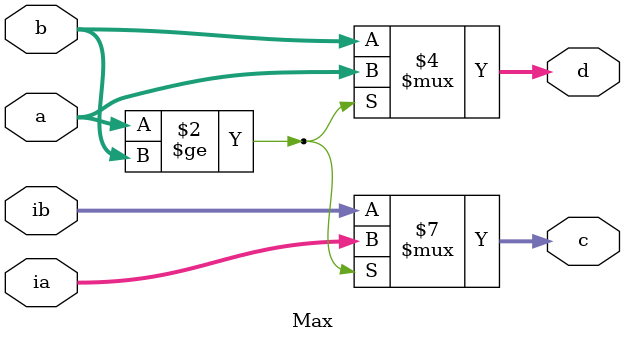
<source format=v>
module Max(input [7:0]a,b,input [3:0]ia,ib,output reg [3:0]c,output reg [7:0]d);
  always@(a,b)begin
    if(a>=b)begin
      c=ia;
      d=a;
    end
    else begin
      c=ib;
      d=b;
    end
  end
endmodule
</source>
